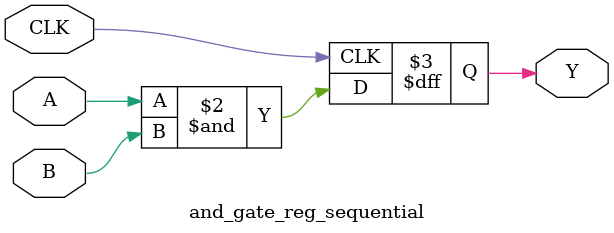
<source format=v>

module and_gate_reg_sequential
(
  input CLK,
  input A,
  input B,
  output Y
);

  reg Y;

  always @(posedge CLK) begin
    Y <= A & B;
  end


endmodule

</source>
